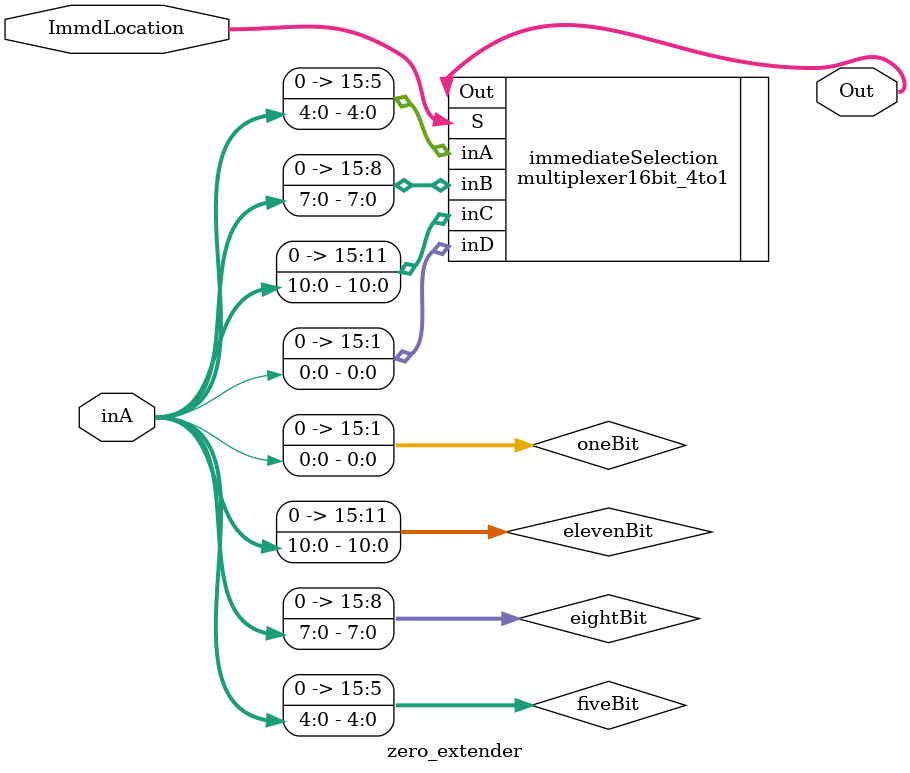
<source format=v>
module zero_extender(inA, ImmdLocation, Out);
    input [15:0] inA;
    input [1:0] ImmdLocation;
    output [15:0] Out;

    wire [15:0] fiveBit;
    wire [15:0] eightBit;
    wire [15:0] elevenBit;
    wire [15:0] oneBit;
    
    
    //Zero Extend
    assign oneBit[0] = inA[0];
    assign oneBit[15:1] = 15'b000000000000000;    

    assign fiveBit[4:0] = inA[4:0];
    assign fiveBit[15:5] = 11'b00000000000;

    assign eightBit[7:0] = inA[7:0];
    assign eightBit[15:8] = 8'b00000000;

    assign elevenBit[10:0] = inA[10:0];
    assign elevenBit[15:11] = 5'b00000;

    //pick which extension we are using
    multiplexer16bit_4to1 immediateSelection(
        .inA        (fiveBit), 
        .inB        (eightBit), 
        .inC        (elevenBit), 
        .inD        (oneBit), 
        .S          (ImmdLocation), 
        .Out        (Out)
    ); 

endmodule

</source>
